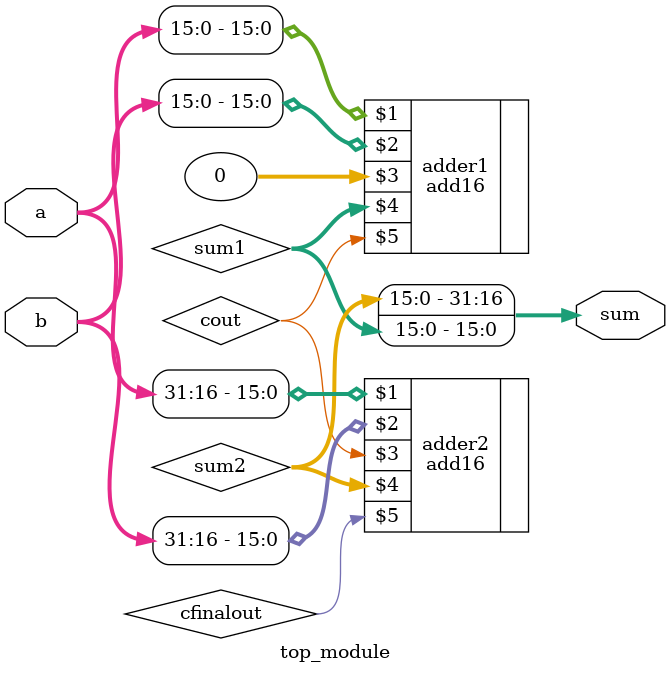
<source format=v>
module top_module(
    input [31:0] a,
    input [31:0] b,
    output [31:0] sum
);
   
    wire [15:0] sum1;
    wire [15:0] sum2;
    wire cout,cfinalout;
    
    add16 adder1 (a[15:0], b[15:0], 0, sum1, cout);
    add16 adder2 (a[31:16], b[31:16], cout, sum2, cfinalout);
    
    assign sum [31:0] = {sum2,sum1};
endmodule

</source>
